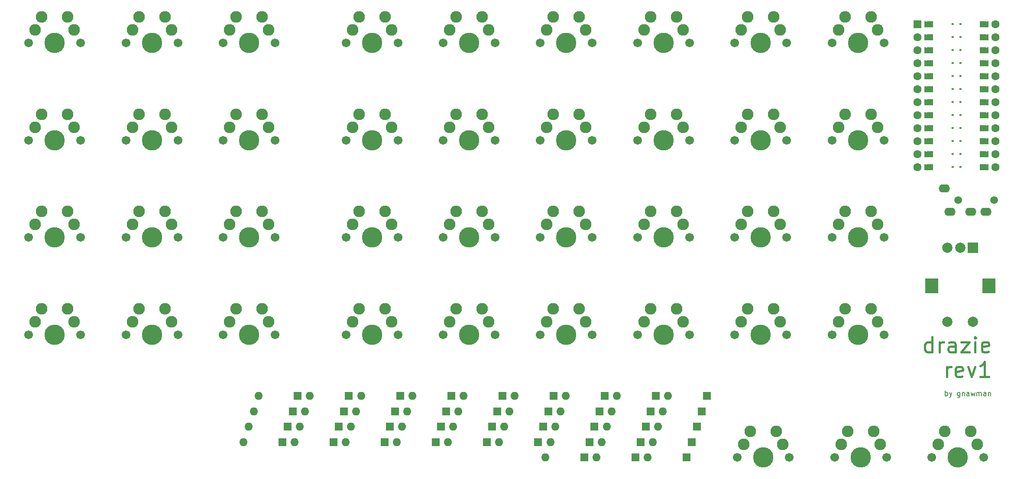
<source format=gts>
%TF.GenerationSoftware,KiCad,Pcbnew,(6.0.8)*%
%TF.CreationDate,2023-04-06T15:31:32+10:00*%
%TF.ProjectId,drazie,6472617a-6965-42e6-9b69-6361645f7063,rev?*%
%TF.SameCoordinates,Original*%
%TF.FileFunction,Soldermask,Top*%
%TF.FilePolarity,Negative*%
%FSLAX46Y46*%
G04 Gerber Fmt 4.6, Leading zero omitted, Abs format (unit mm)*
G04 Created by KiCad (PCBNEW (6.0.8)) date 2023-04-06 15:31:32*
%MOMM*%
%LPD*%
G01*
G04 APERTURE LIST*
G04 Aperture macros list*
%AMFreePoly0*
4,1,6,0.600000,0.200000,0.000000,-0.400000,-0.600000,0.200000,-0.600000,0.400000,0.600000,0.400000,0.600000,0.200000,0.600000,0.200000,$1*%
%AMFreePoly1*
4,1,6,0.600000,-0.250000,-0.600000,-0.250000,-0.600000,1.000000,0.000000,0.400000,0.600000,1.000000,0.600000,-0.250000,0.600000,-0.250000,$1*%
G04 Aperture macros list end*
%ADD10C,0.150000*%
%ADD11C,0.450000*%
%ADD12C,0.250000*%
%ADD13C,0.100000*%
%ADD14O,1.600000X1.600000*%
%ADD15R,1.600000X1.600000*%
%ADD16C,2.000000*%
%ADD17R,2.500000X3.000000*%
%ADD18R,2.000000X2.000000*%
%ADD19C,1.600000*%
%ADD20FreePoly0,270.000000*%
%ADD21FreePoly0,90.000000*%
%ADD22FreePoly1,270.000000*%
%ADD23FreePoly1,90.000000*%
%ADD24C,2.286000*%
%ADD25C,1.701800*%
%ADD26C,3.987800*%
%ADD27C,1.500000*%
%ADD28O,2.200000X1.600000*%
G04 APERTURE END LIST*
D10*
X196071428Y-90952380D02*
X196071428Y-89952380D01*
X196071428Y-90333333D02*
X196166666Y-90285714D01*
X196357142Y-90285714D01*
X196452380Y-90333333D01*
X196500000Y-90380952D01*
X196547619Y-90476190D01*
X196547619Y-90761904D01*
X196500000Y-90857142D01*
X196452380Y-90904761D01*
X196357142Y-90952380D01*
X196166666Y-90952380D01*
X196071428Y-90904761D01*
X196880952Y-90285714D02*
X197119047Y-90952380D01*
X197357142Y-90285714D02*
X197119047Y-90952380D01*
X197023809Y-91190476D01*
X196976190Y-91238095D01*
X196880952Y-91285714D01*
X198928571Y-90285714D02*
X198928571Y-91095238D01*
X198880952Y-91190476D01*
X198833333Y-91238095D01*
X198738095Y-91285714D01*
X198595238Y-91285714D01*
X198500000Y-91238095D01*
X198928571Y-90904761D02*
X198833333Y-90952380D01*
X198642857Y-90952380D01*
X198547619Y-90904761D01*
X198500000Y-90857142D01*
X198452380Y-90761904D01*
X198452380Y-90476190D01*
X198500000Y-90380952D01*
X198547619Y-90333333D01*
X198642857Y-90285714D01*
X198833333Y-90285714D01*
X198928571Y-90333333D01*
X199404761Y-90285714D02*
X199404761Y-90952380D01*
X199404761Y-90380952D02*
X199452380Y-90333333D01*
X199547619Y-90285714D01*
X199690476Y-90285714D01*
X199785714Y-90333333D01*
X199833333Y-90428571D01*
X199833333Y-90952380D01*
X200738095Y-90952380D02*
X200738095Y-90428571D01*
X200690476Y-90333333D01*
X200595238Y-90285714D01*
X200404761Y-90285714D01*
X200309523Y-90333333D01*
X200738095Y-90904761D02*
X200642857Y-90952380D01*
X200404761Y-90952380D01*
X200309523Y-90904761D01*
X200261904Y-90809523D01*
X200261904Y-90714285D01*
X200309523Y-90619047D01*
X200404761Y-90571428D01*
X200642857Y-90571428D01*
X200738095Y-90523809D01*
X201119047Y-90285714D02*
X201309523Y-90952380D01*
X201500000Y-90476190D01*
X201690476Y-90952380D01*
X201880952Y-90285714D01*
X202261904Y-90952380D02*
X202261904Y-90285714D01*
X202261904Y-90380952D02*
X202309523Y-90333333D01*
X202404761Y-90285714D01*
X202547619Y-90285714D01*
X202642857Y-90333333D01*
X202690476Y-90428571D01*
X202690476Y-90952380D01*
X202690476Y-90428571D02*
X202738095Y-90333333D01*
X202833333Y-90285714D01*
X202976190Y-90285714D01*
X203071428Y-90333333D01*
X203119047Y-90428571D01*
X203119047Y-90952380D01*
X204023809Y-90952380D02*
X204023809Y-90428571D01*
X203976190Y-90333333D01*
X203880952Y-90285714D01*
X203690476Y-90285714D01*
X203595238Y-90333333D01*
X204023809Y-90904761D02*
X203928571Y-90952380D01*
X203690476Y-90952380D01*
X203595238Y-90904761D01*
X203547619Y-90809523D01*
X203547619Y-90714285D01*
X203595238Y-90619047D01*
X203690476Y-90571428D01*
X203928571Y-90571428D01*
X204023809Y-90523809D01*
X204500000Y-90285714D02*
X204500000Y-90952380D01*
X204500000Y-90380952D02*
X204547619Y-90333333D01*
X204642857Y-90285714D01*
X204785714Y-90285714D01*
X204880952Y-90333333D01*
X204928571Y-90428571D01*
X204928571Y-90952380D01*
D11*
X193493214Y-82442142D02*
X193493214Y-79442142D01*
X193493214Y-82299285D02*
X193207500Y-82442142D01*
X192636071Y-82442142D01*
X192350357Y-82299285D01*
X192207500Y-82156428D01*
X192064642Y-81870714D01*
X192064642Y-81013571D01*
X192207500Y-80727857D01*
X192350357Y-80585000D01*
X192636071Y-80442142D01*
X193207500Y-80442142D01*
X193493214Y-80585000D01*
X194921785Y-82442142D02*
X194921785Y-80442142D01*
X194921785Y-81013571D02*
X195064642Y-80727857D01*
X195207500Y-80585000D01*
X195493214Y-80442142D01*
X195778928Y-80442142D01*
X198064642Y-82442142D02*
X198064642Y-80870714D01*
X197921785Y-80585000D01*
X197636071Y-80442142D01*
X197064642Y-80442142D01*
X196778928Y-80585000D01*
X198064642Y-82299285D02*
X197778928Y-82442142D01*
X197064642Y-82442142D01*
X196778928Y-82299285D01*
X196636071Y-82013571D01*
X196636071Y-81727857D01*
X196778928Y-81442142D01*
X197064642Y-81299285D01*
X197778928Y-81299285D01*
X198064642Y-81156428D01*
X199207500Y-80442142D02*
X200778928Y-80442142D01*
X199207500Y-82442142D01*
X200778928Y-82442142D01*
X201921785Y-82442142D02*
X201921785Y-80442142D01*
X201921785Y-79442142D02*
X201778928Y-79585000D01*
X201921785Y-79727857D01*
X202064642Y-79585000D01*
X201921785Y-79442142D01*
X201921785Y-79727857D01*
X204493214Y-82299285D02*
X204207500Y-82442142D01*
X203636071Y-82442142D01*
X203350357Y-82299285D01*
X203207500Y-82013571D01*
X203207500Y-80870714D01*
X203350357Y-80585000D01*
X203636071Y-80442142D01*
X204207500Y-80442142D01*
X204493214Y-80585000D01*
X204636071Y-80870714D01*
X204636071Y-81156428D01*
X203207500Y-81442142D01*
X196350357Y-87272142D02*
X196350357Y-85272142D01*
X196350357Y-85843571D02*
X196493214Y-85557857D01*
X196636071Y-85415000D01*
X196921785Y-85272142D01*
X197207500Y-85272142D01*
X199350357Y-87129285D02*
X199064642Y-87272142D01*
X198493214Y-87272142D01*
X198207500Y-87129285D01*
X198064642Y-86843571D01*
X198064642Y-85700714D01*
X198207500Y-85415000D01*
X198493214Y-85272142D01*
X199064642Y-85272142D01*
X199350357Y-85415000D01*
X199493214Y-85700714D01*
X199493214Y-85986428D01*
X198064642Y-86272142D01*
X200493214Y-85272142D02*
X201207500Y-87272142D01*
X201921785Y-85272142D01*
X204636071Y-87272142D02*
X202921785Y-87272142D01*
X203778928Y-87272142D02*
X203778928Y-84272142D01*
X203493214Y-84700714D01*
X203207500Y-84986428D01*
X202921785Y-85129285D01*
D12*
%TO.C,MCU1*%
X197625000Y-25909000D02*
G75*
G03*
X197625000Y-25909000I-125000J0D01*
G01*
X199149000Y-25909000D02*
G75*
G03*
X199149000Y-25909000I-125000J0D01*
G01*
X197625000Y-28449000D02*
G75*
G03*
X197625000Y-28449000I-125000J0D01*
G01*
X197625000Y-30989000D02*
G75*
G03*
X197625000Y-30989000I-125000J0D01*
G01*
X199149000Y-43689000D02*
G75*
G03*
X199149000Y-43689000I-125000J0D01*
G01*
X199149000Y-18289000D02*
G75*
G03*
X199149000Y-18289000I-125000J0D01*
G01*
X197625000Y-23369000D02*
G75*
G03*
X197625000Y-23369000I-125000J0D01*
G01*
X199149000Y-28449000D02*
G75*
G03*
X199149000Y-28449000I-125000J0D01*
G01*
X197625000Y-18289000D02*
G75*
G03*
X197625000Y-18289000I-125000J0D01*
G01*
X197625000Y-43689000D02*
G75*
G03*
X197625000Y-43689000I-125000J0D01*
G01*
X199149000Y-38609000D02*
G75*
G03*
X199149000Y-38609000I-125000J0D01*
G01*
X199149000Y-33529000D02*
G75*
G03*
X199149000Y-33529000I-125000J0D01*
G01*
X197625000Y-41149000D02*
G75*
G03*
X197625000Y-41149000I-125000J0D01*
G01*
X199149000Y-41149000D02*
G75*
G03*
X199149000Y-41149000I-125000J0D01*
G01*
X197625000Y-38609000D02*
G75*
G03*
X197625000Y-38609000I-125000J0D01*
G01*
X199149000Y-36069000D02*
G75*
G03*
X199149000Y-36069000I-125000J0D01*
G01*
X197625000Y-46229000D02*
G75*
G03*
X197625000Y-46229000I-125000J0D01*
G01*
X197625000Y-36069000D02*
G75*
G03*
X197625000Y-36069000I-125000J0D01*
G01*
X197625000Y-20829000D02*
G75*
G03*
X197625000Y-20829000I-125000J0D01*
G01*
X197625000Y-33529000D02*
G75*
G03*
X197625000Y-33529000I-125000J0D01*
G01*
X199149000Y-30989000D02*
G75*
G03*
X199149000Y-30989000I-125000J0D01*
G01*
X199149000Y-20829000D02*
G75*
G03*
X199149000Y-20829000I-125000J0D01*
G01*
X199149000Y-46229000D02*
G75*
G03*
X199149000Y-46229000I-125000J0D01*
G01*
X199149000Y-23369000D02*
G75*
G03*
X199149000Y-23369000I-125000J0D01*
G01*
G36*
X204358000Y-34037000D02*
G01*
X203342000Y-34037000D01*
X203342000Y-33021000D01*
X204358000Y-33021000D01*
X204358000Y-34037000D01*
G37*
D13*
X204358000Y-34037000D02*
X203342000Y-34037000D01*
X203342000Y-33021000D01*
X204358000Y-33021000D01*
X204358000Y-34037000D01*
G36*
X193182000Y-44197000D02*
G01*
X192166000Y-44197000D01*
X192166000Y-43181000D01*
X193182000Y-43181000D01*
X193182000Y-44197000D01*
G37*
X193182000Y-44197000D02*
X192166000Y-44197000D01*
X192166000Y-43181000D01*
X193182000Y-43181000D01*
X193182000Y-44197000D01*
G36*
X193182000Y-28957000D02*
G01*
X192166000Y-28957000D01*
X192166000Y-27941000D01*
X193182000Y-27941000D01*
X193182000Y-28957000D01*
G37*
X193182000Y-28957000D02*
X192166000Y-28957000D01*
X192166000Y-27941000D01*
X193182000Y-27941000D01*
X193182000Y-28957000D01*
G36*
X204358000Y-18797000D02*
G01*
X203342000Y-18797000D01*
X203342000Y-17781000D01*
X204358000Y-17781000D01*
X204358000Y-18797000D01*
G37*
X204358000Y-18797000D02*
X203342000Y-18797000D01*
X203342000Y-17781000D01*
X204358000Y-17781000D01*
X204358000Y-18797000D01*
G36*
X193182000Y-39117000D02*
G01*
X192166000Y-39117000D01*
X192166000Y-38101000D01*
X193182000Y-38101000D01*
X193182000Y-39117000D01*
G37*
X193182000Y-39117000D02*
X192166000Y-39117000D01*
X192166000Y-38101000D01*
X193182000Y-38101000D01*
X193182000Y-39117000D01*
G36*
X204358000Y-21337000D02*
G01*
X203342000Y-21337000D01*
X203342000Y-20321000D01*
X204358000Y-20321000D01*
X204358000Y-21337000D01*
G37*
X204358000Y-21337000D02*
X203342000Y-21337000D01*
X203342000Y-20321000D01*
X204358000Y-20321000D01*
X204358000Y-21337000D01*
G36*
X193182000Y-21337000D02*
G01*
X192166000Y-21337000D01*
X192166000Y-20321000D01*
X193182000Y-20321000D01*
X193182000Y-21337000D01*
G37*
X193182000Y-21337000D02*
X192166000Y-21337000D01*
X192166000Y-20321000D01*
X193182000Y-20321000D01*
X193182000Y-21337000D01*
G36*
X204358000Y-41657000D02*
G01*
X203342000Y-41657000D01*
X203342000Y-40641000D01*
X204358000Y-40641000D01*
X204358000Y-41657000D01*
G37*
X204358000Y-41657000D02*
X203342000Y-41657000D01*
X203342000Y-40641000D01*
X204358000Y-40641000D01*
X204358000Y-41657000D01*
G36*
X193182000Y-36577000D02*
G01*
X192166000Y-36577000D01*
X192166000Y-35561000D01*
X193182000Y-35561000D01*
X193182000Y-36577000D01*
G37*
X193182000Y-36577000D02*
X192166000Y-36577000D01*
X192166000Y-35561000D01*
X193182000Y-35561000D01*
X193182000Y-36577000D01*
G36*
X204358000Y-39117000D02*
G01*
X203342000Y-39117000D01*
X203342000Y-38101000D01*
X204358000Y-38101000D01*
X204358000Y-39117000D01*
G37*
X204358000Y-39117000D02*
X203342000Y-39117000D01*
X203342000Y-38101000D01*
X204358000Y-38101000D01*
X204358000Y-39117000D01*
G36*
X193182000Y-26417000D02*
G01*
X192166000Y-26417000D01*
X192166000Y-25401000D01*
X193182000Y-25401000D01*
X193182000Y-26417000D01*
G37*
X193182000Y-26417000D02*
X192166000Y-26417000D01*
X192166000Y-25401000D01*
X193182000Y-25401000D01*
X193182000Y-26417000D01*
G36*
X193182000Y-46737000D02*
G01*
X192166000Y-46737000D01*
X192166000Y-45721000D01*
X193182000Y-45721000D01*
X193182000Y-46737000D01*
G37*
X193182000Y-46737000D02*
X192166000Y-46737000D01*
X192166000Y-45721000D01*
X193182000Y-45721000D01*
X193182000Y-46737000D01*
G36*
X204358000Y-46737000D02*
G01*
X203342000Y-46737000D01*
X203342000Y-45721000D01*
X204358000Y-45721000D01*
X204358000Y-46737000D01*
G37*
X204358000Y-46737000D02*
X203342000Y-46737000D01*
X203342000Y-45721000D01*
X204358000Y-45721000D01*
X204358000Y-46737000D01*
G36*
X193182000Y-23877000D02*
G01*
X192166000Y-23877000D01*
X192166000Y-22861000D01*
X193182000Y-22861000D01*
X193182000Y-23877000D01*
G37*
X193182000Y-23877000D02*
X192166000Y-23877000D01*
X192166000Y-22861000D01*
X193182000Y-22861000D01*
X193182000Y-23877000D01*
G36*
X193182000Y-31497000D02*
G01*
X192166000Y-31497000D01*
X192166000Y-30481000D01*
X193182000Y-30481000D01*
X193182000Y-31497000D01*
G37*
X193182000Y-31497000D02*
X192166000Y-31497000D01*
X192166000Y-30481000D01*
X193182000Y-30481000D01*
X193182000Y-31497000D01*
G36*
X204358000Y-23877000D02*
G01*
X203342000Y-23877000D01*
X203342000Y-22861000D01*
X204358000Y-22861000D01*
X204358000Y-23877000D01*
G37*
X204358000Y-23877000D02*
X203342000Y-23877000D01*
X203342000Y-22861000D01*
X204358000Y-22861000D01*
X204358000Y-23877000D01*
G36*
X193182000Y-18797000D02*
G01*
X192166000Y-18797000D01*
X192166000Y-17781000D01*
X193182000Y-17781000D01*
X193182000Y-18797000D01*
G37*
X193182000Y-18797000D02*
X192166000Y-18797000D01*
X192166000Y-17781000D01*
X193182000Y-17781000D01*
X193182000Y-18797000D01*
G36*
X193182000Y-41657000D02*
G01*
X192166000Y-41657000D01*
X192166000Y-40641000D01*
X193182000Y-40641000D01*
X193182000Y-41657000D01*
G37*
X193182000Y-41657000D02*
X192166000Y-41657000D01*
X192166000Y-40641000D01*
X193182000Y-40641000D01*
X193182000Y-41657000D01*
G36*
X204358000Y-36577000D02*
G01*
X203342000Y-36577000D01*
X203342000Y-35561000D01*
X204358000Y-35561000D01*
X204358000Y-36577000D01*
G37*
X204358000Y-36577000D02*
X203342000Y-36577000D01*
X203342000Y-35561000D01*
X204358000Y-35561000D01*
X204358000Y-36577000D01*
G36*
X204358000Y-44197000D02*
G01*
X203342000Y-44197000D01*
X203342000Y-43181000D01*
X204358000Y-43181000D01*
X204358000Y-44197000D01*
G37*
X204358000Y-44197000D02*
X203342000Y-44197000D01*
X203342000Y-43181000D01*
X204358000Y-43181000D01*
X204358000Y-44197000D01*
G36*
X204358000Y-31497000D02*
G01*
X203342000Y-31497000D01*
X203342000Y-30481000D01*
X204358000Y-30481000D01*
X204358000Y-31497000D01*
G37*
X204358000Y-31497000D02*
X203342000Y-31497000D01*
X203342000Y-30481000D01*
X204358000Y-30481000D01*
X204358000Y-31497000D01*
G36*
X193182000Y-34037000D02*
G01*
X192166000Y-34037000D01*
X192166000Y-33021000D01*
X193182000Y-33021000D01*
X193182000Y-34037000D01*
G37*
X193182000Y-34037000D02*
X192166000Y-34037000D01*
X192166000Y-33021000D01*
X193182000Y-33021000D01*
X193182000Y-34037000D01*
G36*
X204358000Y-28957000D02*
G01*
X203342000Y-28957000D01*
X203342000Y-27941000D01*
X204358000Y-27941000D01*
X204358000Y-28957000D01*
G37*
X204358000Y-28957000D02*
X203342000Y-28957000D01*
X203342000Y-27941000D01*
X204358000Y-27941000D01*
X204358000Y-28957000D01*
G36*
X204358000Y-26417000D02*
G01*
X203342000Y-26417000D01*
X203342000Y-25401000D01*
X204358000Y-25401000D01*
X204358000Y-26417000D01*
G37*
X204358000Y-26417000D02*
X203342000Y-26417000D01*
X203342000Y-25401000D01*
X204358000Y-25401000D01*
X204358000Y-26417000D01*
%TD*%
D14*
%TO.C,R*%
X127880000Y-103000000D03*
D15*
X135500000Y-103000000D03*
%TD*%
D14*
%TO.C,R*%
X117880000Y-103000000D03*
D15*
X125500000Y-103000000D03*
%TD*%
D14*
%TO.C,R*%
X137880000Y-103000000D03*
D15*
X145500000Y-103000000D03*
%TD*%
D16*
%TO.C,rotary encoder*%
X196500000Y-76500000D03*
X201500000Y-76500000D03*
D17*
X204600000Y-69500000D03*
X193400000Y-69500000D03*
D16*
X199000000Y-62000000D03*
X196500000Y-62000000D03*
D18*
X201500000Y-62000000D03*
%TD*%
D14*
%TO.C,R*%
X139880000Y-97000000D03*
D15*
X147500000Y-97000000D03*
%TD*%
D14*
%TO.C,R*%
X141880000Y-91000000D03*
D15*
X149500000Y-91000000D03*
%TD*%
D14*
%TO.C,R*%
X140880000Y-94000000D03*
D15*
X148500000Y-94000000D03*
%TD*%
D14*
%TO.C,R*%
X138880000Y-100000000D03*
D15*
X146500000Y-100000000D03*
%TD*%
D14*
%TO.C,R*%
X129880000Y-97000000D03*
D15*
X137500000Y-97000000D03*
%TD*%
D14*
%TO.C,R*%
X131880000Y-91000000D03*
D15*
X139500000Y-91000000D03*
%TD*%
D14*
%TO.C,R*%
X130880000Y-94000000D03*
D15*
X138500000Y-94000000D03*
%TD*%
D14*
%TO.C,R*%
X128880000Y-100000000D03*
D15*
X136500000Y-100000000D03*
%TD*%
D14*
%TO.C,R*%
X119880000Y-97000000D03*
D15*
X127500000Y-97000000D03*
%TD*%
D14*
%TO.C,R*%
X121880000Y-91000000D03*
D15*
X129500000Y-91000000D03*
%TD*%
D14*
%TO.C,R*%
X120880000Y-94000000D03*
D15*
X128500000Y-94000000D03*
%TD*%
D14*
%TO.C,R*%
X118880000Y-100000000D03*
D15*
X126500000Y-100000000D03*
%TD*%
D14*
%TO.C,R*%
X109880000Y-97000000D03*
D15*
X117500000Y-97000000D03*
%TD*%
D14*
%TO.C,R*%
X111880000Y-91000000D03*
D15*
X119500000Y-91000000D03*
%TD*%
D14*
%TO.C,R*%
X110880000Y-94000000D03*
D15*
X118500000Y-94000000D03*
%TD*%
D14*
%TO.C,R*%
X108880000Y-100000000D03*
D15*
X116500000Y-100000000D03*
%TD*%
D14*
%TO.C,R*%
X99880000Y-97000000D03*
D15*
X107500000Y-97000000D03*
%TD*%
D14*
%TO.C,R*%
X101880000Y-91000000D03*
D15*
X109500000Y-91000000D03*
%TD*%
D14*
%TO.C,R*%
X100880000Y-94000000D03*
D15*
X108500000Y-94000000D03*
%TD*%
D14*
%TO.C,R*%
X98880000Y-100000000D03*
D15*
X106500000Y-100000000D03*
%TD*%
D14*
%TO.C,R*%
X89880000Y-96992834D03*
D15*
X97500000Y-96992834D03*
%TD*%
D14*
%TO.C,R*%
X91880000Y-90992834D03*
D15*
X99500000Y-90992834D03*
%TD*%
D14*
%TO.C,R*%
X90880000Y-93992834D03*
D15*
X98500000Y-93992834D03*
%TD*%
D14*
%TO.C,R*%
X88880000Y-99992834D03*
D15*
X96500000Y-99992834D03*
%TD*%
D14*
%TO.C,R*%
X58880000Y-100000000D03*
D15*
X66500000Y-100000000D03*
%TD*%
D14*
%TO.C,R*%
X59880000Y-97000000D03*
D15*
X67500000Y-97000000D03*
%TD*%
D14*
%TO.C,R*%
X60880000Y-94000000D03*
D15*
X68500000Y-94000000D03*
%TD*%
D14*
%TO.C,R*%
X61880000Y-91000000D03*
D15*
X69500000Y-91000000D03*
%TD*%
D14*
%TO.C,R*%
X68880000Y-100000000D03*
D15*
X76500000Y-100000000D03*
%TD*%
D14*
%TO.C,R*%
X69880000Y-97000000D03*
D15*
X77500000Y-97000000D03*
%TD*%
D14*
%TO.C,R*%
X70880000Y-94000000D03*
D15*
X78500000Y-94000000D03*
%TD*%
D14*
%TO.C,R*%
X71880000Y-91000000D03*
D15*
X79500000Y-91000000D03*
%TD*%
D14*
%TO.C,R*%
X78880000Y-100000000D03*
D15*
X86500000Y-100000000D03*
%TD*%
D14*
%TO.C,R*%
X79880000Y-97000000D03*
D15*
X87500000Y-97000000D03*
%TD*%
D14*
%TO.C,R*%
X80880000Y-94000000D03*
D15*
X88500000Y-94000000D03*
%TD*%
D14*
%TO.C,R*%
X81880000Y-91000000D03*
D15*
X89500000Y-91000000D03*
%TD*%
D19*
%TO.C,MCU1*%
X190642000Y-28449000D03*
X190642000Y-41149000D03*
X190642000Y-18289000D03*
X205882000Y-18289000D03*
D20*
X204104000Y-30989000D03*
D19*
X190642000Y-43689000D03*
X190642000Y-20829000D03*
D20*
X204104000Y-38609000D03*
D19*
X205882000Y-36069000D03*
D21*
X192420000Y-20829000D03*
D19*
X190642000Y-23369000D03*
D21*
X192420000Y-41149000D03*
D19*
X190642000Y-46229000D03*
D20*
X204104000Y-43689000D03*
X204104000Y-46229000D03*
X204104000Y-41149000D03*
D19*
X190642000Y-33529000D03*
X205882000Y-33529000D03*
D21*
X192420000Y-23369000D03*
X192420000Y-25909000D03*
D19*
X190642000Y-25909000D03*
D21*
X192420000Y-38609000D03*
X192420000Y-46229000D03*
X192420000Y-30989000D03*
X192420000Y-43689000D03*
D19*
X205882000Y-46229000D03*
D21*
X192420000Y-33529000D03*
D19*
X205882000Y-41149000D03*
X205882000Y-30989000D03*
D20*
X204104000Y-33529000D03*
X204104000Y-25909000D03*
D19*
X205882000Y-20829000D03*
D20*
X204104000Y-36069000D03*
D19*
X190642000Y-36069000D03*
D20*
X204104000Y-18289000D03*
D19*
X205882000Y-38609000D03*
D21*
X192420000Y-28449000D03*
D15*
X190642000Y-18289000D03*
D20*
X204104000Y-28449000D03*
D21*
X192420000Y-18289000D03*
D19*
X190642000Y-30989000D03*
D21*
X192420000Y-36069000D03*
D19*
X205882000Y-25909000D03*
X205882000Y-23369000D03*
D20*
X204104000Y-20829000D03*
D19*
X190642000Y-38609000D03*
X205882000Y-43689000D03*
X205882000Y-28449000D03*
D20*
X204104000Y-23369000D03*
D22*
X203088000Y-18289000D03*
X203088000Y-20829000D03*
X203088000Y-23369000D03*
X203088000Y-25909000D03*
X203088000Y-28449000D03*
X203088000Y-30989000D03*
X203088000Y-33529000D03*
X203088000Y-36069000D03*
X203088000Y-38609000D03*
X203088000Y-41149000D03*
X203088000Y-43689000D03*
X203088000Y-46229000D03*
D23*
X193436000Y-46229000D03*
X193436000Y-43689000D03*
X193436000Y-41149000D03*
X193436000Y-38609000D03*
X193436000Y-36069000D03*
X193436000Y-33529000D03*
X193436000Y-30989000D03*
X193436000Y-28449000D03*
X193436000Y-25909000D03*
X193436000Y-23369000D03*
X193436000Y-20829000D03*
X193436000Y-18289000D03*
%TD*%
D24*
%TO.C,S14*%
X144810000Y-76460000D03*
X137190000Y-76460000D03*
X138460000Y-73920000D03*
X143540000Y-73920000D03*
D25*
X146080000Y-79000000D03*
D26*
X141000000Y-79000000D03*
D25*
X135920000Y-79000000D03*
%TD*%
D24*
%TO.C,S14*%
X106810000Y-76460000D03*
X99190000Y-76460000D03*
X100460000Y-73920000D03*
X105540000Y-73920000D03*
D25*
X108080000Y-79000000D03*
D26*
X103000000Y-79000000D03*
D25*
X97920000Y-79000000D03*
%TD*%
D24*
%TO.C,S14*%
X163810000Y-76460000D03*
X156190000Y-76460000D03*
X157460000Y-73920000D03*
X162540000Y-73920000D03*
D25*
X165080000Y-79000000D03*
D26*
X160000000Y-79000000D03*
D25*
X154920000Y-79000000D03*
%TD*%
D24*
%TO.C,S14*%
X87810000Y-76460000D03*
X80190000Y-76460000D03*
X81460000Y-73920000D03*
X86540000Y-73920000D03*
D25*
X89080000Y-79000000D03*
D26*
X84000000Y-79000000D03*
D25*
X78920000Y-79000000D03*
%TD*%
D24*
%TO.C,S14*%
X182810000Y-76460000D03*
X175190000Y-76460000D03*
X176460000Y-73920000D03*
X181540000Y-73920000D03*
D25*
X184080000Y-79000000D03*
D26*
X179000000Y-79000000D03*
D25*
X173920000Y-79000000D03*
%TD*%
D24*
%TO.C,S14*%
X125810000Y-76460000D03*
X118190000Y-76460000D03*
X119460000Y-73920000D03*
X124540000Y-73920000D03*
D25*
X127080000Y-79000000D03*
D26*
X122000000Y-79000000D03*
D25*
X116920000Y-79000000D03*
%TD*%
D24*
%TO.C,S14*%
X163810000Y-57460000D03*
X156190000Y-57460000D03*
X157460000Y-54920000D03*
X162540000Y-54920000D03*
D25*
X165080000Y-60000000D03*
D26*
X160000000Y-60000000D03*
D25*
X154920000Y-60000000D03*
%TD*%
D24*
%TO.C,S14*%
X87810000Y-57460000D03*
X80190000Y-57460000D03*
X81460000Y-54920000D03*
X86540000Y-54920000D03*
D25*
X89080000Y-60000000D03*
D26*
X84000000Y-60000000D03*
D25*
X78920000Y-60000000D03*
%TD*%
D24*
%TO.C,S14*%
X182810000Y-57460000D03*
X175190000Y-57460000D03*
X176460000Y-54920000D03*
X181540000Y-54920000D03*
D25*
X184080000Y-60000000D03*
D26*
X179000000Y-60000000D03*
D25*
X173920000Y-60000000D03*
%TD*%
D24*
%TO.C,S14*%
X144810000Y-57460000D03*
X137190000Y-57460000D03*
X138460000Y-54920000D03*
X143540000Y-54920000D03*
D25*
X146080000Y-60000000D03*
D26*
X141000000Y-60000000D03*
D25*
X135920000Y-60000000D03*
%TD*%
D24*
%TO.C,S14*%
X125810000Y-57460000D03*
X118190000Y-57460000D03*
X119460000Y-54920000D03*
X124540000Y-54920000D03*
D25*
X127080000Y-60000000D03*
D26*
X122000000Y-60000000D03*
D25*
X116920000Y-60000000D03*
%TD*%
D24*
%TO.C,S14*%
X106810000Y-57460000D03*
X99190000Y-57460000D03*
X100460000Y-54920000D03*
X105540000Y-54920000D03*
D25*
X108080000Y-60000000D03*
D26*
X103000000Y-60000000D03*
D25*
X97920000Y-60000000D03*
%TD*%
%TO.C,S14*%
X16920000Y-79000000D03*
D26*
X22000000Y-79000000D03*
D25*
X27080000Y-79000000D03*
D24*
X24540000Y-73920000D03*
X19460000Y-73920000D03*
X18190000Y-76460000D03*
X25810000Y-76460000D03*
%TD*%
%TO.C,S14*%
X183310000Y-100460000D03*
X175690000Y-100460000D03*
X176960000Y-97920000D03*
X182040000Y-97920000D03*
D25*
X184580000Y-103000000D03*
D26*
X179500000Y-103000000D03*
D25*
X174420000Y-103000000D03*
%TD*%
D24*
%TO.C,S14*%
X164310000Y-100460000D03*
X156690000Y-100460000D03*
X157960000Y-97920000D03*
X163040000Y-97920000D03*
D25*
X165580000Y-103000000D03*
D26*
X160500000Y-103000000D03*
D25*
X155420000Y-103000000D03*
%TD*%
D24*
%TO.C,S14*%
X202310000Y-100460000D03*
X194690000Y-100460000D03*
X195960000Y-97920000D03*
X201040000Y-97920000D03*
D25*
X203580000Y-103000000D03*
D26*
X198500000Y-103000000D03*
D25*
X193420000Y-103000000D03*
%TD*%
D24*
%TO.C,S14*%
X182810000Y-19460000D03*
X175190000Y-19460000D03*
X176460000Y-16920000D03*
X181540000Y-16920000D03*
D25*
X184080000Y-22000000D03*
D26*
X179000000Y-22000000D03*
D25*
X173920000Y-22000000D03*
%TD*%
D24*
%TO.C,S14*%
X182810000Y-38460000D03*
X175190000Y-38460000D03*
X176460000Y-35920000D03*
X181540000Y-35920000D03*
D25*
X184080000Y-41000000D03*
D26*
X179000000Y-41000000D03*
D25*
X173920000Y-41000000D03*
%TD*%
D24*
%TO.C,S14*%
X163810000Y-19460000D03*
X156190000Y-19460000D03*
X157460000Y-16920000D03*
X162540000Y-16920000D03*
D25*
X165080000Y-22000000D03*
D26*
X160000000Y-22000000D03*
D25*
X154920000Y-22000000D03*
%TD*%
D24*
%TO.C,S14*%
X163810000Y-38460000D03*
X156190000Y-38460000D03*
X157460000Y-35920000D03*
X162540000Y-35920000D03*
D25*
X165080000Y-41000000D03*
D26*
X160000000Y-41000000D03*
D25*
X154920000Y-41000000D03*
%TD*%
D24*
%TO.C,S14*%
X144810000Y-19460000D03*
X137190000Y-19460000D03*
X138460000Y-16920000D03*
X143540000Y-16920000D03*
D25*
X146080000Y-22000000D03*
D26*
X141000000Y-22000000D03*
D25*
X135920000Y-22000000D03*
%TD*%
D24*
%TO.C,S14*%
X144810000Y-38460000D03*
X137190000Y-38460000D03*
X138460000Y-35920000D03*
X143540000Y-35920000D03*
D25*
X146080000Y-41000000D03*
D26*
X141000000Y-41000000D03*
D25*
X135920000Y-41000000D03*
%TD*%
D24*
%TO.C,S14*%
X125810000Y-19460000D03*
X118190000Y-19460000D03*
X119460000Y-16920000D03*
X124540000Y-16920000D03*
D25*
X127080000Y-22000000D03*
D26*
X122000000Y-22000000D03*
D25*
X116920000Y-22000000D03*
%TD*%
D24*
%TO.C,S14*%
X125810000Y-38460000D03*
X118190000Y-38460000D03*
X119460000Y-35920000D03*
X124540000Y-35920000D03*
D25*
X127080000Y-41000000D03*
D26*
X122000000Y-41000000D03*
D25*
X116920000Y-41000000D03*
%TD*%
D24*
%TO.C,S14*%
X106810000Y-19460000D03*
X99190000Y-19460000D03*
X100460000Y-16920000D03*
X105540000Y-16920000D03*
D25*
X108080000Y-22000000D03*
D26*
X103000000Y-22000000D03*
D25*
X97920000Y-22000000D03*
%TD*%
D24*
%TO.C,S14*%
X106810000Y-38460000D03*
X99190000Y-38460000D03*
X100460000Y-35920000D03*
X105540000Y-35920000D03*
D25*
X108080000Y-41000000D03*
D26*
X103000000Y-41000000D03*
D25*
X97920000Y-41000000D03*
%TD*%
D24*
%TO.C,S14*%
X87810000Y-19460000D03*
X80190000Y-19460000D03*
X81460000Y-16920000D03*
X86540000Y-16920000D03*
D25*
X89080000Y-22000000D03*
D26*
X84000000Y-22000000D03*
D25*
X78920000Y-22000000D03*
%TD*%
D24*
%TO.C,S14*%
X87810000Y-38460000D03*
X80190000Y-38460000D03*
X81460000Y-35920000D03*
X86540000Y-35920000D03*
D25*
X89080000Y-41000000D03*
D26*
X84000000Y-41000000D03*
D25*
X78920000Y-41000000D03*
%TD*%
D24*
%TO.C,S14*%
X63810000Y-19460000D03*
X56190000Y-19460000D03*
X57460000Y-16920000D03*
X62540000Y-16920000D03*
D25*
X65080000Y-22000000D03*
D26*
X60000000Y-22000000D03*
D25*
X54920000Y-22000000D03*
%TD*%
D24*
%TO.C,S14*%
X63810000Y-38460000D03*
X56190000Y-38460000D03*
X57460000Y-35920000D03*
X62540000Y-35920000D03*
D25*
X65080000Y-41000000D03*
D26*
X60000000Y-41000000D03*
D25*
X54920000Y-41000000D03*
%TD*%
%TO.C,S14*%
X54920000Y-79000000D03*
D26*
X60000000Y-79000000D03*
D25*
X65080000Y-79000000D03*
D24*
X62540000Y-73920000D03*
X57460000Y-73920000D03*
X56190000Y-76460000D03*
X63810000Y-76460000D03*
%TD*%
D25*
%TO.C,S14*%
X54920000Y-60000000D03*
D26*
X60000000Y-60000000D03*
D25*
X65080000Y-60000000D03*
D24*
X62540000Y-54920000D03*
X57460000Y-54920000D03*
X56190000Y-57460000D03*
X63810000Y-57460000D03*
%TD*%
%TO.C,S14*%
X44810000Y-19460000D03*
X37190000Y-19460000D03*
X38460000Y-16920000D03*
X43540000Y-16920000D03*
D25*
X46080000Y-22000000D03*
D26*
X41000000Y-22000000D03*
D25*
X35920000Y-22000000D03*
%TD*%
D24*
%TO.C,S14*%
X44810000Y-38460000D03*
X37190000Y-38460000D03*
X38460000Y-35920000D03*
X43540000Y-35920000D03*
D25*
X46080000Y-41000000D03*
D26*
X41000000Y-41000000D03*
D25*
X35920000Y-41000000D03*
%TD*%
%TO.C,S14*%
X35920000Y-79000000D03*
D26*
X41000000Y-79000000D03*
D25*
X46080000Y-79000000D03*
D24*
X43540000Y-73920000D03*
X38460000Y-73920000D03*
X37190000Y-76460000D03*
X44810000Y-76460000D03*
%TD*%
D25*
%TO.C,S14*%
X35920000Y-60000000D03*
D26*
X41000000Y-60000000D03*
D25*
X46080000Y-60000000D03*
D24*
X43540000Y-54920000D03*
X38460000Y-54920000D03*
X37190000Y-57460000D03*
X44810000Y-57460000D03*
%TD*%
%TO.C,S14*%
X25810000Y-19460000D03*
X18190000Y-19460000D03*
X19460000Y-16920000D03*
X24540000Y-16920000D03*
D25*
X27080000Y-22000000D03*
D26*
X22000000Y-22000000D03*
D25*
X16920000Y-22000000D03*
%TD*%
D24*
%TO.C,S14*%
X25810000Y-38460000D03*
X18190000Y-38460000D03*
X19460000Y-35920000D03*
X24540000Y-35920000D03*
D25*
X27080000Y-41000000D03*
D26*
X22000000Y-41000000D03*
D25*
X16920000Y-41000000D03*
%TD*%
%TO.C,S14*%
X16920000Y-60000000D03*
D26*
X22000000Y-60000000D03*
D25*
X27080000Y-60000000D03*
D24*
X24540000Y-54920000D03*
X19460000Y-54920000D03*
X18190000Y-57460000D03*
X25810000Y-57460000D03*
%TD*%
D27*
%TO.C,trrs jack*%
X198600000Y-52700000D03*
X205600000Y-52700000D03*
D28*
X195900000Y-50400000D03*
X197000000Y-55000000D03*
X201000000Y-55000000D03*
X204000000Y-55000000D03*
%TD*%
M02*

</source>
